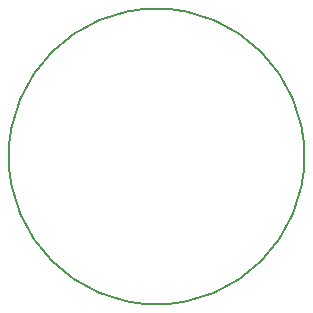
<source format=gbr>
G04 #@! TF.GenerationSoftware,KiCad,Pcbnew,(5.0.0)*
G04 #@! TF.CreationDate,2018-07-31T15:29:21+01:00*
G04 #@! TF.ProjectId,uv_led,75765F6C65642E6B696361645F706362,rev?*
G04 #@! TF.SameCoordinates,Original*
G04 #@! TF.FileFunction,Other,User*
%FSLAX46Y46*%
G04 Gerber Fmt 4.6, Leading zero omitted, Abs format (unit mm)*
G04 Created by KiCad (PCBNEW (5.0.0)) date 07/31/18 15:29:21*
%MOMM*%
%LPD*%
G01*
G04 APERTURE LIST*
%ADD10C,0.200000*%
G04 APERTURE END LIST*
D10*
X161022988Y-94081234D02*
G75*
G03X161022988Y-94081234I-12522988J0D01*
G01*
M02*

</source>
